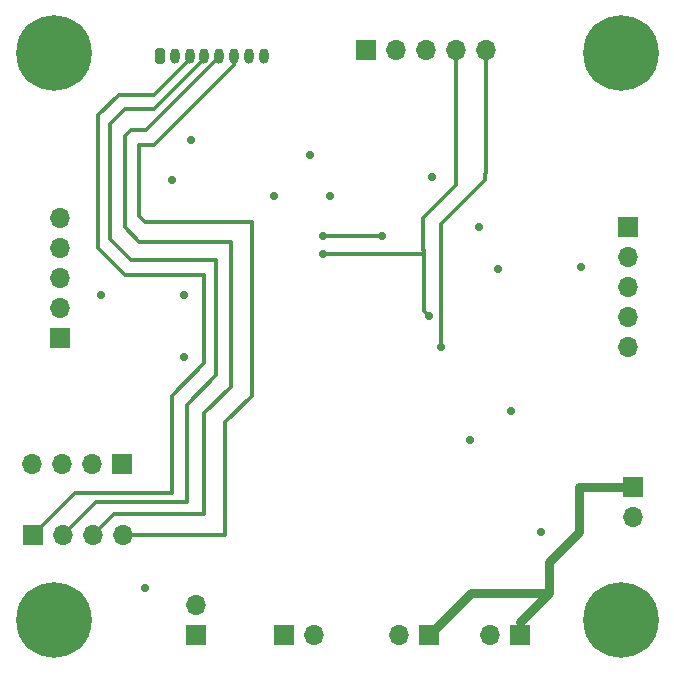
<source format=gbr>
%TF.GenerationSoftware,KiCad,Pcbnew,8.0.6*%
%TF.CreationDate,2025-03-13T12:14:51-04:00*%
%TF.ProjectId,PCB-Test,5043422d-5465-4737-942e-6b696361645f,rev?*%
%TF.SameCoordinates,Original*%
%TF.FileFunction,Copper,L4,Bot*%
%TF.FilePolarity,Positive*%
%FSLAX46Y46*%
G04 Gerber Fmt 4.6, Leading zero omitted, Abs format (unit mm)*
G04 Created by KiCad (PCBNEW 8.0.6) date 2025-03-13 12:14:51*
%MOMM*%
%LPD*%
G01*
G04 APERTURE LIST*
G04 Aperture macros list*
%AMRoundRect*
0 Rectangle with rounded corners*
0 $1 Rounding radius*
0 $2 $3 $4 $5 $6 $7 $8 $9 X,Y pos of 4 corners*
0 Add a 4 corners polygon primitive as box body*
4,1,4,$2,$3,$4,$5,$6,$7,$8,$9,$2,$3,0*
0 Add four circle primitives for the rounded corners*
1,1,$1+$1,$2,$3*
1,1,$1+$1,$4,$5*
1,1,$1+$1,$6,$7*
1,1,$1+$1,$8,$9*
0 Add four rect primitives between the rounded corners*
20,1,$1+$1,$2,$3,$4,$5,0*
20,1,$1+$1,$4,$5,$6,$7,0*
20,1,$1+$1,$6,$7,$8,$9,0*
20,1,$1+$1,$8,$9,$2,$3,0*%
G04 Aperture macros list end*
%TA.AperFunction,ComponentPad*%
%ADD10R,1.700000X1.700000*%
%TD*%
%TA.AperFunction,ComponentPad*%
%ADD11O,1.700000X1.700000*%
%TD*%
%TA.AperFunction,ComponentPad*%
%ADD12RoundRect,0.200000X-0.200000X-0.450000X0.200000X-0.450000X0.200000X0.450000X-0.200000X0.450000X0*%
%TD*%
%TA.AperFunction,ComponentPad*%
%ADD13O,0.800000X1.300000*%
%TD*%
%TA.AperFunction,ComponentPad*%
%ADD14C,0.800000*%
%TD*%
%TA.AperFunction,ComponentPad*%
%ADD15C,6.400000*%
%TD*%
%TA.AperFunction,ViaPad*%
%ADD16C,0.700000*%
%TD*%
%TA.AperFunction,Conductor*%
%ADD17C,0.300000*%
%TD*%
%TA.AperFunction,Conductor*%
%ADD18C,0.800000*%
%TD*%
G04 APERTURE END LIST*
D10*
%TO.P,J10,1,Pin_1*%
%TO.N,/SCD40_EN*%
X161800000Y-90750000D03*
D11*
%TO.P,J10,2,Pin_2*%
%TO.N,/OZONE_EN*%
X159260000Y-90750000D03*
%TO.P,J10,3,Pin_3*%
%TO.N,/PM25_EN*%
X156720000Y-90750000D03*
%TO.P,J10,4,Pin_4*%
%TO.N,/SHT4X_EN*%
X154180000Y-90750000D03*
%TD*%
D10*
%TO.P,J8,1,Pin_1*%
%TO.N,/SCL*%
X175500000Y-105250000D03*
D11*
%TO.P,J8,2,Pin_2*%
%TO.N,/SDA*%
X178040000Y-105250000D03*
%TD*%
D10*
%TO.P,JP1,1,A*%
%TO.N,Net-(D1-A)*%
X168000000Y-105275000D03*
D11*
%TO.P,JP1,2,B*%
%TO.N,+5V*%
X168000000Y-102735000D03*
%TD*%
D10*
%TO.P,J2,1,Pin_1*%
%TO.N,/OZONE_VCC*%
X182420000Y-55750000D03*
D11*
%TO.P,J2,2,Pin_2*%
%TO.N,unconnected-(J2-Pin_2-Pad2)*%
X184960000Y-55750000D03*
%TO.P,J2,3,Pin_3*%
%TO.N,GND*%
X187500000Y-55750000D03*
%TO.P,J2,4,Pin_4*%
%TO.N,/SCL*%
X190040000Y-55750000D03*
%TO.P,J2,5,Pin_5*%
%TO.N,/SDA*%
X192580000Y-55750000D03*
%TD*%
D12*
%TO.P,J1,1,Pin_1*%
%TO.N,unconnected-(J1-Pin_1-Pad1)*%
X165000000Y-56250000D03*
D13*
%TO.P,J1,2,Pin_2*%
%TO.N,unconnected-(J1-Pin_2-Pad2)*%
X166250000Y-56250000D03*
%TO.P,J1,3,Pin_3*%
%TO.N,/PM25_RST*%
X167500000Y-56250000D03*
%TO.P,J1,4,Pin_4*%
%TO.N,/PM25_TX*%
X168750000Y-56250000D03*
%TO.P,J1,5,Pin_5*%
%TO.N,/PM25_RX*%
X170000000Y-56250000D03*
%TO.P,J1,6,Pin_6*%
%TO.N,/PM25_SET*%
X171250000Y-56250000D03*
%TO.P,J1,7,Pin_7*%
%TO.N,GND*%
X172500000Y-56250000D03*
%TO.P,J1,8,Pin_8*%
%TO.N,/PM25_VCC*%
X173750000Y-56250000D03*
%TD*%
D10*
%TO.P,J4,1,Pin_1*%
%TO.N,/SHT4X_VCC*%
X156550000Y-80075000D03*
D11*
%TO.P,J4,2,Pin_2*%
%TO.N,unconnected-(J4-Pin_2-Pad2)*%
X156550000Y-77535000D03*
%TO.P,J4,3,Pin_3*%
%TO.N,GND*%
X156550000Y-74995000D03*
%TO.P,J4,4,Pin_4*%
%TO.N,/SCL*%
X156550000Y-72455000D03*
%TO.P,J4,5,Pin_5*%
%TO.N,/SDA*%
X156550000Y-69915000D03*
%TD*%
D14*
%TO.P,H1,1,1*%
%TO.N,GND*%
X153600000Y-104000000D03*
X154302944Y-102302944D03*
X154302944Y-105697056D03*
X156000000Y-101600000D03*
D15*
X156000000Y-104000000D03*
D14*
X156000000Y-106400000D03*
X157697056Y-102302944D03*
X157697056Y-105697056D03*
X158400000Y-104000000D03*
%TD*%
%TO.P,H3,1,1*%
%TO.N,GND*%
X201600000Y-104000000D03*
X202302944Y-102302944D03*
X202302944Y-105697056D03*
X204000000Y-101600000D03*
D15*
X204000000Y-104000000D03*
D14*
X204000000Y-106400000D03*
X205697056Y-102302944D03*
X205697056Y-105697056D03*
X206400000Y-104000000D03*
%TD*%
%TO.P,H4,1,1*%
%TO.N,GND*%
X201600000Y-56000000D03*
X202302944Y-54302944D03*
X202302944Y-57697056D03*
X204000000Y-53600000D03*
D15*
X204000000Y-56000000D03*
D14*
X204000000Y-58400000D03*
X205697056Y-54302944D03*
X205697056Y-57697056D03*
X206400000Y-56000000D03*
%TD*%
D10*
%TO.P,J9,1,Pin_1*%
%TO.N,/PM25_RST*%
X154250000Y-96750000D03*
D11*
%TO.P,J9,2,Pin_2*%
%TO.N,/PM25_TX*%
X156790000Y-96750000D03*
%TO.P,J9,3,Pin_3*%
%TO.N,/PM25_RX*%
X159330000Y-96750000D03*
%TO.P,J9,4,Pin_4*%
%TO.N,/PM25_SET*%
X161870000Y-96750000D03*
%TD*%
D14*
%TO.P,H2,1,1*%
%TO.N,GND*%
X153600000Y-56000000D03*
X154302944Y-54302944D03*
X154302944Y-57697056D03*
X156000000Y-53600000D03*
D15*
X156000000Y-56000000D03*
D14*
X156000000Y-58400000D03*
X157697056Y-54302944D03*
X157697056Y-57697056D03*
X158400000Y-56000000D03*
%TD*%
D10*
%TO.P,J3,1,Pin_1*%
%TO.N,/SCD40_VCC*%
X204625000Y-70675000D03*
D11*
%TO.P,J3,2,Pin_2*%
%TO.N,unconnected-(J3-Pin_2-Pad2)*%
X204625000Y-73215000D03*
%TO.P,J3,3,Pin_3*%
%TO.N,GND*%
X204625000Y-75755000D03*
%TO.P,J3,4,Pin_4*%
%TO.N,/SCL*%
X204625000Y-78295000D03*
%TO.P,J3,5,Pin_5*%
%TO.N,/SDA*%
X204625000Y-80835000D03*
%TD*%
D10*
%TO.P,J5,1,Pin_1*%
%TO.N,VCC*%
X187775000Y-105250000D03*
D11*
%TO.P,J5,2,Pin_2*%
%TO.N,GND*%
X185235000Y-105250000D03*
%TD*%
D10*
%TO.P,J7,1,Pin_1*%
%TO.N,VCC*%
X205000000Y-92725000D03*
D11*
%TO.P,J7,2,Pin_2*%
%TO.N,GND*%
X205000000Y-95265000D03*
%TD*%
D10*
%TO.P,J6,1,Pin_1*%
%TO.N,VCC*%
X195500000Y-105250000D03*
D11*
%TO.P,J6,2,Pin_2*%
%TO.N,GND*%
X192960000Y-105250000D03*
%TD*%
D16*
%TO.N,+5V*%
X177706250Y-64600000D03*
X194700000Y-86300000D03*
X167000000Y-81750000D03*
X167637500Y-63362500D03*
X192000000Y-70750000D03*
%TO.N,GND*%
X163750000Y-101250000D03*
X174625000Y-68125000D03*
X179387500Y-68100000D03*
X167000000Y-76500000D03*
X166000000Y-66750000D03*
X188000000Y-66500000D03*
X200612500Y-74137500D03*
X197250000Y-96500000D03*
X191250000Y-88750000D03*
X160000000Y-76500000D03*
X193612500Y-74250000D03*
%TO.N,/SCL*%
X187750000Y-78250000D03*
X178750000Y-73000000D03*
%TO.N,/SDA*%
X188750000Y-80835000D03*
X178750000Y-71500000D03*
X183750000Y-71500000D03*
%TD*%
D17*
%TO.N,/SCL*%
X187250000Y-72650000D02*
X187250000Y-69960000D01*
X187750000Y-78250000D02*
X187300000Y-77800000D01*
X187250000Y-69960000D02*
X190040000Y-67170000D01*
X187300000Y-73000000D02*
X187300000Y-72700000D01*
X178750000Y-73000000D02*
X187300000Y-73000000D01*
X190040000Y-67170000D02*
X190040000Y-55750000D01*
X187300000Y-72700000D02*
X187250000Y-72650000D01*
X187300000Y-77800000D02*
X187300000Y-73000000D01*
%TO.N,/SDA*%
X192500000Y-66250000D02*
X192580000Y-66170000D01*
X192500000Y-66750000D02*
X192500000Y-66250000D01*
X188750000Y-80835000D02*
X188750000Y-70500000D01*
X192580000Y-66170000D02*
X192580000Y-55750000D01*
X188750000Y-70500000D02*
X192500000Y-66750000D01*
X178750000Y-71500000D02*
X183750000Y-71500000D01*
%TO.N,/PM25_RX*%
X168750000Y-86500000D02*
X171000000Y-84250000D01*
X161080000Y-95000000D02*
X168750000Y-95000000D01*
X168750000Y-95000000D02*
X168750000Y-86500000D01*
X159330000Y-96750000D02*
X161080000Y-95000000D01*
X170000000Y-56310660D02*
X170000000Y-56250000D01*
X171000000Y-84250000D02*
X171000000Y-72000000D01*
X163250000Y-72000000D02*
X162000000Y-70750000D01*
X162000000Y-63000000D02*
X162500000Y-62500000D01*
X171000000Y-72000000D02*
X163250000Y-72000000D01*
X162500000Y-62500000D02*
X163810660Y-62500000D01*
X162000000Y-70750000D02*
X162000000Y-63000000D01*
X163810660Y-62500000D02*
X170000000Y-56310660D01*
%TO.N,/PM25_TX*%
X156790000Y-96750000D02*
X159540000Y-94000000D01*
X169750000Y-73500000D02*
X162500000Y-73500000D01*
X169750000Y-83250000D02*
X169750000Y-73500000D01*
X167250000Y-94000000D02*
X167250000Y-85750000D01*
X167250000Y-85750000D02*
X169750000Y-83250000D01*
X159540000Y-94000000D02*
X167250000Y-94000000D01*
X162500000Y-73500000D02*
X160750000Y-71750000D01*
X160750000Y-62000000D02*
X162000000Y-60750000D01*
X168750000Y-56500000D02*
X168750000Y-56250000D01*
X160750000Y-71750000D02*
X160750000Y-62000000D01*
X162000000Y-60750000D02*
X164500000Y-60750000D01*
X164500000Y-60750000D02*
X168750000Y-56500000D01*
%TO.N,/PM25_SET*%
X163250000Y-69750000D02*
X163250000Y-63750000D01*
X170500000Y-96750000D02*
X170500000Y-87250000D01*
X161870000Y-96750000D02*
X170500000Y-96750000D01*
X171250000Y-57000000D02*
X171250000Y-56250000D01*
X172750000Y-85000000D02*
X172750000Y-70250000D01*
X172750000Y-70250000D02*
X163750000Y-70250000D01*
X163750000Y-70250000D02*
X163250000Y-69750000D01*
X163250000Y-63750000D02*
X164500000Y-63750000D01*
X164500000Y-63750000D02*
X171250000Y-57000000D01*
X170500000Y-87250000D02*
X172750000Y-85000000D01*
%TO.N,/PM25_RST*%
X166000000Y-93250000D02*
X166000000Y-85000000D01*
X157750000Y-93250000D02*
X166000000Y-93250000D01*
X168750000Y-82250000D02*
X168750000Y-74750000D01*
X166000000Y-85000000D02*
X168750000Y-82250000D01*
X167500000Y-56500000D02*
X167500000Y-56250000D01*
X164500000Y-59500000D02*
X167500000Y-56500000D01*
X162000000Y-74750000D02*
X159750000Y-72500000D01*
X168750000Y-74750000D02*
X162000000Y-74750000D01*
X154250000Y-96750000D02*
X157750000Y-93250000D01*
X159750000Y-61250000D02*
X161500000Y-59500000D01*
X161500000Y-59500000D02*
X164500000Y-59500000D01*
X159750000Y-72500000D02*
X159750000Y-61250000D01*
D18*
%TO.N,VCC*%
X197962500Y-101737500D02*
X197962500Y-99037500D01*
X197962500Y-101737500D02*
X195500000Y-104200000D01*
D17*
X195500000Y-104200000D02*
X195500000Y-105250000D01*
X200500000Y-92750000D02*
X200525000Y-92725000D01*
D18*
X191287500Y-101737500D02*
X197962500Y-101737500D01*
X200525000Y-92725000D02*
X205000000Y-92725000D01*
X200500000Y-96500000D02*
X200500000Y-92750000D01*
X187775000Y-105250000D02*
X191287500Y-101737500D01*
X197962500Y-99037500D02*
X200500000Y-96500000D01*
%TD*%
M02*

</source>
